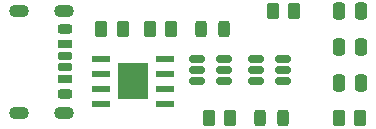
<source format=gbr>
%TF.GenerationSoftware,KiCad,Pcbnew,8.0.6*%
%TF.CreationDate,2025-04-05T03:11:41-05:00*%
%TF.ProjectId,battery protection board,62617474-6572-4792-9070-726f74656374,rev?*%
%TF.SameCoordinates,Original*%
%TF.FileFunction,Paste,Top*%
%TF.FilePolarity,Positive*%
%FSLAX46Y46*%
G04 Gerber Fmt 4.6, Leading zero omitted, Abs format (unit mm)*
G04 Created by KiCad (PCBNEW 8.0.6) date 2025-04-05 03:11:41*
%MOMM*%
%LPD*%
G01*
G04 APERTURE LIST*
G04 Aperture macros list*
%AMRoundRect*
0 Rectangle with rounded corners*
0 $1 Rounding radius*
0 $2 $3 $4 $5 $6 $7 $8 $9 X,Y pos of 4 corners*
0 Add a 4 corners polygon primitive as box body*
4,1,4,$2,$3,$4,$5,$6,$7,$8,$9,$2,$3,0*
0 Add four circle primitives for the rounded corners*
1,1,$1+$1,$2,$3*
1,1,$1+$1,$4,$5*
1,1,$1+$1,$6,$7*
1,1,$1+$1,$8,$9*
0 Add four rect primitives between the rounded corners*
20,1,$1+$1,$2,$3,$4,$5,0*
20,1,$1+$1,$4,$5,$6,$7,0*
20,1,$1+$1,$6,$7,$8,$9,0*
20,1,$1+$1,$8,$9,$2,$3,0*%
G04 Aperture macros list end*
%ADD10RoundRect,0.150000X-0.512500X-0.150000X0.512500X-0.150000X0.512500X0.150000X-0.512500X0.150000X0*%
%ADD11R,2.600000X3.100000*%
%ADD12R,1.550000X0.600000*%
%ADD13RoundRect,0.250000X-0.262500X-0.450000X0.262500X-0.450000X0.262500X0.450000X-0.262500X0.450000X0*%
%ADD14RoundRect,0.250000X0.262500X0.450000X-0.262500X0.450000X-0.262500X-0.450000X0.262500X-0.450000X0*%
%ADD15RoundRect,0.175000X-0.425000X0.175000X-0.425000X-0.175000X0.425000X-0.175000X0.425000X0.175000X0*%
%ADD16RoundRect,0.190000X0.410000X-0.190000X0.410000X0.190000X-0.410000X0.190000X-0.410000X-0.190000X0*%
%ADD17RoundRect,0.200000X0.400000X-0.200000X0.400000X0.200000X-0.400000X0.200000X-0.400000X-0.200000X0*%
%ADD18RoundRect,0.175000X0.425000X-0.175000X0.425000X0.175000X-0.425000X0.175000X-0.425000X-0.175000X0*%
%ADD19RoundRect,0.190000X-0.410000X0.190000X-0.410000X-0.190000X0.410000X-0.190000X0.410000X0.190000X0*%
%ADD20RoundRect,0.200000X-0.400000X0.200000X-0.400000X-0.200000X0.400000X-0.200000X0.400000X0.200000X0*%
%ADD21O,1.700000X1.100000*%
%ADD22RoundRect,0.243750X-0.243750X-0.456250X0.243750X-0.456250X0.243750X0.456250X-0.243750X0.456250X0*%
%ADD23RoundRect,0.250000X-0.250000X-0.475000X0.250000X-0.475000X0.250000X0.475000X-0.250000X0.475000X0*%
%ADD24RoundRect,0.250000X0.250000X0.475000X-0.250000X0.475000X-0.250000X-0.475000X0.250000X-0.475000X0*%
G04 APERTURE END LIST*
D10*
%TO.C,U3*%
X150725000Y-95000000D03*
X150725000Y-95950000D03*
X150725000Y-96900000D03*
X153000000Y-96900000D03*
X153000000Y-95950000D03*
X153000000Y-95000000D03*
%TD*%
%TO.C,U2*%
X155725000Y-95000000D03*
X155725000Y-95950000D03*
X155725000Y-96900000D03*
X158000000Y-96900000D03*
X158000000Y-95950000D03*
X158000000Y-95000000D03*
%TD*%
D11*
%TO.C,U1*%
X145300000Y-96905000D03*
D12*
X142600000Y-95000000D03*
X142600000Y-96270000D03*
X142600000Y-97540000D03*
X142600000Y-98810000D03*
X148000000Y-98810000D03*
X148000000Y-97540000D03*
X148000000Y-96270000D03*
X148000000Y-95000000D03*
%TD*%
D13*
%TO.C,R5*%
X162675000Y-100000000D03*
X164500000Y-100000000D03*
%TD*%
D14*
%TO.C,R4*%
X158912500Y-91000000D03*
X157087500Y-91000000D03*
%TD*%
D13*
%TO.C,R3*%
X151675000Y-100000000D03*
X153500000Y-100000000D03*
%TD*%
%TO.C,R2*%
X142587500Y-92500000D03*
X144412500Y-92500000D03*
%TD*%
%TO.C,R1*%
X146675000Y-92500000D03*
X148500000Y-92500000D03*
%TD*%
D15*
%TO.C,J1*%
X139500000Y-94750000D03*
D16*
X139500000Y-96770000D03*
D17*
X139500000Y-98000000D03*
D18*
X139500000Y-95750000D03*
D19*
X139500000Y-93730000D03*
D20*
X139500000Y-92500000D03*
D21*
X139420000Y-90930000D03*
X135620000Y-90930000D03*
X139420000Y-99570000D03*
X135620000Y-99570000D03*
%TD*%
D22*
%TO.C,D2*%
X151062500Y-92500000D03*
X152937500Y-92500000D03*
%TD*%
%TO.C,D1*%
X156062500Y-100000000D03*
X157937500Y-100000000D03*
%TD*%
D23*
%TO.C,C3*%
X162672500Y-97025000D03*
X164572500Y-97025000D03*
%TD*%
D24*
%TO.C,C2*%
X164572500Y-94015000D03*
X162672500Y-94015000D03*
%TD*%
D23*
%TO.C,C1*%
X162672500Y-91005000D03*
X164572500Y-91005000D03*
%TD*%
M02*

</source>
